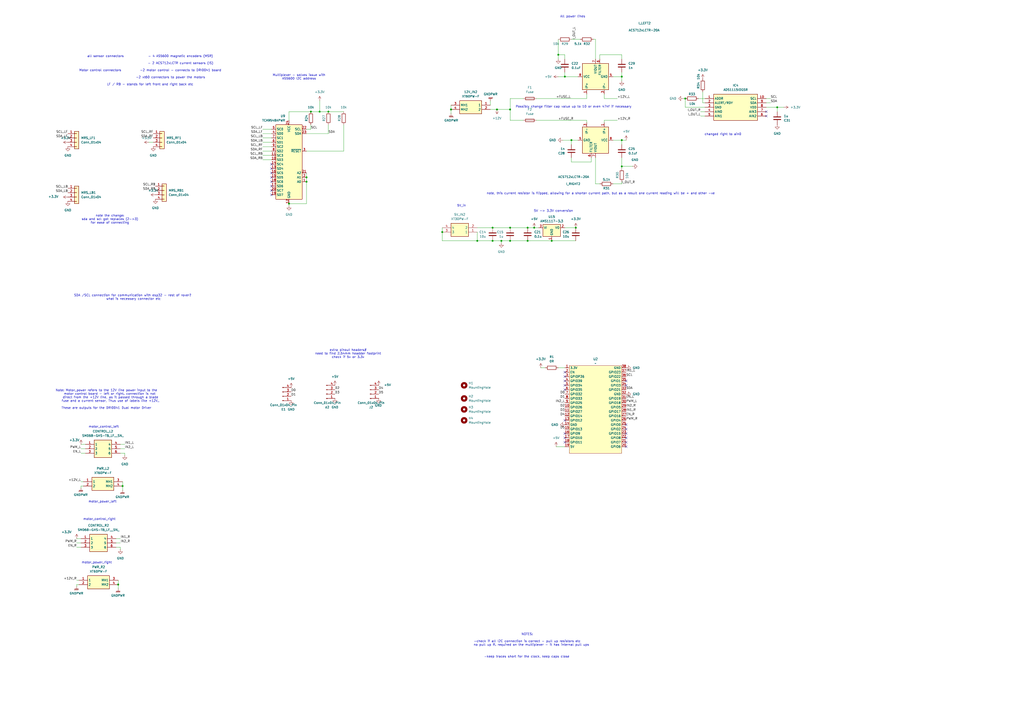
<source format=kicad_sch>
(kicad_sch (version 20250114) (generator "eeschema") (generator_version "9.0")
  (paper "A2")
  (text "NOTES:\n\n-check if all I2C connection is correct - pull up resistors etc\n	no pull up R. required on the multiplexer - it has internal pull ups\n\n" (at 305.816 372.11 0) (effects (font (size 1.27 1.27))))
  (text "motor_control_left\n" (at 60.198 247.65 0) (effects (font (size 1.27 1.27))))
  (text "note, this current resistor is flipped, allowing for a shorter current path, but as a result one current reading will be + and other -ve\n" (at 348.488 112.268 0) (effects (font (size 1.27 1.27))))
  (text "Multiplexer - solves issue with\nAS5600 I2C address\n" (at 173.482 44.704 0) (effects (font (size 1.27 1.27))))
  (text "motor_power_left" (at 59.436 291.084 0) (effects (font (size 1.27 1.27))))
  (text "5V_in" (at 267.716 119.38 0) (effects (font (size 1.27 1.27))))
  (text "changed right to ain0\n" (at 419.354 77.978 0) (effects (font (size 1.27 1.27))))
  (text "all sensor connectors		- 4 AS5600 magnetic encoders (MSR)\n							\n							- 2 ACS712xLCTR current sensors (IS)\n\nMotor control connectors	-2 motor control - connects to DRI0041 board\n							\n							-2 xt60 connectors to power the motors 	 \n\nLF / RB - stands for left front and right back etc\n" (at 87.122 40.894 0) (effects (font (size 1.27 1.27))))
  (text "SDA /SCL connection for communication with esp32 - rest of rover?\n what is necessary connector etc" (at 76.962 172.466 0) (effects (font (size 1.27 1.27))))
  (text "extra pinout headers#\nneed to find 2.54mm headder footprint\ncheck if 5v or 3.3v\n" (at 201.93 205.232 0) (effects (font (size 1.27 1.27))))
  (text "\n-keep traces short for the clock, keep caps close\n" (at 305.562 379.984 0) (effects (font (size 1.27 1.27))))
  (text "motor_power_right" (at 56.134 326.39 0) (effects (font (size 1.27 1.27))))
  (text "note the change:\nsda and scl got replaces (2->3)\nfor ease of connecting\n" (at 63.754 127.254 0) (effects (font (size 1.27 1.27))))
  (text "5V -> 3.3V conversion\n" (at 321.056 122.428 0) (effects (font (size 1.27 1.27))))
  (text "Note: Motor_power refers to the 12V line power input to the\n	motor control board - left or right. connection is not \n	direct from the +12V line, as it passed through a blade\n	fuse and a current sensor, Thus use of labels like +12V_\n\nThese are outputs for the DRI0041 Dual motor Driver\n" (at 61.722 231.648 0) (effects (font (size 1.27 1.27))))
  (text "Possibly change filter cap value up to 10 or even 47nf if necessary\n" (at 332.74 61.976 0) (effects (font (size 1.27 1.27))))
  (text "motor_control_right\n\n" (at 57.658 302.26 0) (effects (font (size 1.27 1.27))))
  (text "All power lines\n" (at 332.232 9.652 0) (effects (font (size 1.27 1.27))))
  (junction (at 360.68 81.28))
  (junction (at 327.66 44.45))
  (junction (at 261.62 63.5))
  (junction (at 331.47 81.28))
  (junction (at 288.29 63.5))
  (junction (at 295.91 63.5))
  (junction (at 256.54 134.62))
  (junction (at 177.8 102.87))
  (junction (at 360.68 44.45))
  (junction (at 360.68 96.52))
  (junction (at 180.34 64.77))
  (junction (at 334.01 132.08))
  (junction (at 68.58 339.09))
  (junction (at 185.42 64.77))
  (junction (at 450.85 62.23))
  (junction (at 320.04 139.7))
  (junction (at 285.75 132.08))
  (junction (at 177.8 105.41))
  (junction (at 190.5 64.77))
  (junction (at 323.85 31.75))
  (junction (at 309.88 132.08))
  (junction (at 295.91 139.7))
  (junction (at 295.91 132.08))
  (junction (at 306.07 132.08))
  (junction (at 167.64 118.11))
  (junction (at 290.83 139.7))
  (junction (at 306.07 139.7))
  (junction (at 71.12 281.94))
  (junction (at 397.51 57.15))
  (junction (at 276.86 139.7))
  (junction (at 285.75 139.7))
  (no_connect (at 363.22 254))
  (no_connect (at 327.66 223.52))
  (no_connect (at 157.48 97.79))
  (no_connect (at 363.22 220.98))
  (no_connect (at 363.22 223.52))
  (no_connect (at 363.22 246.38))
  (no_connect (at 327.66 218.44))
  (no_connect (at 157.48 102.87))
  (no_connect (at 444.5 64.77))
  (no_connect (at 363.22 256.54))
  (no_connect (at 327.66 215.9))
  (no_connect (at 327.66 254))
  (no_connect (at 327.66 226.06))
  (no_connect (at 327.66 251.46))
  (no_connect (at 157.48 107.95))
  (no_connect (at 157.48 95.25))
  (no_connect (at 363.22 251.46))
  (no_connect (at 444.5 67.31))
  (no_connect (at 327.66 256.54))
  (no_connect (at 157.48 113.03))
  (no_connect (at 363.22 259.08))
  (no_connect (at 363.22 248.92))
  (no_connect (at 157.48 110.49))
  (no_connect (at 157.48 100.33))
  (no_connect (at 327.66 243.84))
  (no_connect (at 157.48 105.41))
  (no_connect (at 327.66 220.98))
  (wire (pts (xy 46.99 260.35) (xy 49.53 260.35)))
  (wire (pts (xy 347.98 31.75) (xy 360.68 31.75)))
  (wire (pts (xy 295.91 57.15) (xy 295.91 63.5)))
  (wire (pts (xy 152.4 77.47) (xy 157.48 77.47)))
  (wire (pts (xy 406.4 64.77) (xy 408.94 64.77)))
  (wire (pts (xy 342.9 91.44) (xy 342.9 93.98)))
  (wire (pts (xy 86.36 82.55) (xy 88.9 82.55)))
  (wire (pts (xy 295.91 139.7) (xy 306.07 139.7)))
  (wire (pts (xy 152.4 85.09) (xy 157.48 85.09)))
  (wire (pts (xy 177.8 87.63) (xy 199.39 87.63)))
  (wire (pts (xy 311.15 69.85) (xy 340.36 69.85)))
  (wire (pts (xy 327.66 31.75) (xy 327.66 34.29)))
  (wire (pts (xy 322.58 259.08) (xy 327.66 259.08)))
  (wire (pts (xy 358.14 69.85) (xy 350.52 69.85)))
  (wire (pts (xy 290.83 139.7) (xy 285.75 139.7)))
  (wire (pts (xy 46.99 262.89) (xy 49.53 262.89)))
  (wire (pts (xy 167.64 64.77) (xy 180.34 64.77)))
  (wire (pts (xy 190.5 72.39) (xy 190.5 77.47)))
  (wire (pts (xy 72.39 262.89) (xy 69.85 262.89)))
  (wire (pts (xy 72.39 264.16) (xy 72.39 262.89)))
  (wire (pts (xy 360.68 83.82) (xy 360.68 81.28)))
  (wire (pts (xy 295.91 57.15) (xy 303.53 57.15)))
  (wire (pts (xy 397.51 62.23) (xy 397.51 57.15)))
  (wire (pts (xy 69.85 257.81) (xy 72.39 257.81)))
  (wire (pts (xy 360.68 91.44) (xy 360.68 96.52)))
  (wire (pts (xy 397.51 62.23) (xy 408.94 62.23)))
  (wire (pts (xy 261.62 60.96) (xy 261.62 63.5)))
  (wire (pts (xy 327.66 41.91) (xy 327.66 44.45)))
  (wire (pts (xy 396.24 57.15) (xy 397.51 57.15)))
  (wire (pts (xy 323.85 22.86) (xy 323.85 31.75)))
  (wire (pts (xy 167.64 118.11) (xy 177.8 118.11)))
  (wire (pts (xy 295.91 132.08) (xy 285.75 132.08)))
  (wire (pts (xy 152.4 87.63) (xy 157.48 87.63)))
  (wire (pts (xy 336.55 22.86) (xy 331.47 22.86)))
  (wire (pts (xy 320.04 139.7) (xy 334.01 139.7)))
  (wire (pts (xy 306.07 132.08) (xy 309.88 132.08)))
  (wire (pts (xy 295.91 69.85) (xy 303.53 69.85)))
  (wire (pts (xy 152.4 90.17) (xy 157.48 90.17)))
  (wire (pts (xy 345.44 22.86) (xy 345.44 34.29)))
  (wire (pts (xy 177.8 74.93) (xy 180.34 74.93)))
  (wire (pts (xy 444.5 57.15) (xy 447.04 57.15)))
  (wire (pts (xy 276.86 139.7) (xy 285.75 139.7)))
  (wire (pts (xy 67.31 312.42) (xy 69.85 312.42)))
  (wire (pts (xy 177.8 102.87) (xy 177.8 100.33)))
  (wire (pts (xy 284.48 63.5) (xy 288.29 63.5)))
  (wire (pts (xy 327.66 44.45) (xy 335.28 44.45)))
  (wire (pts (xy 295.91 63.5) (xy 288.29 63.5)))
  (wire (pts (xy 327.66 132.08) (xy 334.01 132.08)))
  (wire (pts (xy 177.8 77.47) (xy 190.5 77.47)))
  (wire (pts (xy 350.52 69.85) (xy 350.52 71.12)))
  (wire (pts (xy 360.68 105.41) (xy 360.68 106.68)))
  (wire (pts (xy 295.91 69.85) (xy 295.91 63.5)))
  (wire (pts (xy 444.5 59.69) (xy 447.04 59.69)))
  (wire (pts (xy 44.45 314.96) (xy 46.99 314.96)))
  (wire (pts (xy 444.5 62.23) (xy 450.85 62.23)))
  (wire (pts (xy 360.68 31.75) (xy 360.68 34.29)))
  (wire (pts (xy 46.99 279.4) (xy 48.26 279.4)))
  (wire (pts (xy 185.42 58.42) (xy 185.42 64.77)))
  (wire (pts (xy 323.85 44.45) (xy 327.66 44.45)))
  (wire (pts (xy 345.44 91.44) (xy 345.44 106.68)))
  (wire (pts (xy 367.03 96.52) (xy 360.68 96.52)))
  (wire (pts (xy 450.85 62.23) (xy 454.66 62.23)))
  (wire (pts (xy 44.45 317.5) (xy 46.99 317.5)))
  (wire (pts (xy 340.36 69.85) (xy 340.36 71.12)))
  (wire (pts (xy 347.98 34.29) (xy 347.98 31.75)))
  (wire (pts (xy 177.8 105.41) (xy 177.8 102.87)))
  (wire (pts (xy 406.4 67.31) (xy 408.94 67.31)))
  (wire (pts (xy 360.68 44.45) (xy 360.68 46.99)))
  (wire (pts (xy 261.62 63.5) (xy 261.62 66.04)))
  (wire (pts (xy 71.12 281.94) (xy 71.12 284.48)))
  (wire (pts (xy 360.68 96.52) (xy 360.68 97.79)))
  (wire (pts (xy 350.52 54.61) (xy 350.52 57.15)))
  (wire (pts (xy 355.6 106.68) (xy 360.68 106.68)))
  (wire (pts (xy 363.22 81.28) (xy 360.68 81.28)))
  (wire (pts (xy 44.45 336.55) (xy 45.72 336.55)))
  (wire (pts (xy 68.58 339.09) (xy 68.58 341.63)))
  (wire (pts (xy 360.68 41.91) (xy 360.68 44.45)))
  (wire (pts (xy 407.67 53.34) (xy 407.67 59.69)))
  (wire (pts (xy 313.69 213.36) (xy 316.23 213.36)))
  (wire (pts (xy 177.8 118.11) (xy 177.8 105.41)))
  (wire (pts (xy 323.85 31.75) (xy 327.66 31.75)))
  (wire (pts (xy 152.4 82.55) (xy 157.48 82.55)))
  (wire (pts (xy 152.4 92.71) (xy 157.48 92.71)))
  (wire (pts (xy 48.26 281.94) (xy 46.99 281.94)))
  (wire (pts (xy 285.75 132.08) (xy 276.86 132.08)))
  (wire (pts (xy 199.39 72.39) (xy 199.39 87.63)))
  (wire (pts (xy 256.54 134.62) (xy 256.54 139.7)))
  (wire (pts (xy 405.13 57.15) (xy 408.94 57.15)))
  (wire (pts (xy 190.5 64.77) (xy 199.39 64.77)))
  (wire (pts (xy 340.36 54.61) (xy 340.36 57.15)))
  (wire (pts (xy 306.07 139.7) (xy 320.04 139.7)))
  (wire (pts (xy 350.52 57.15) (xy 358.14 57.15)))
  (wire (pts (xy 46.99 281.94) (xy 46.99 283.21)))
  (wire (pts (xy 256.54 132.08) (xy 256.54 134.62)))
  (wire (pts (xy 331.47 81.28) (xy 335.28 81.28)))
  (wire (pts (xy 180.34 72.39) (xy 180.34 74.93)))
  (wire (pts (xy 180.34 64.77) (xy 185.42 64.77)))
  (wire (pts (xy 46.99 257.81) (xy 49.53 257.81)))
  (wire (pts (xy 323.85 34.29) (xy 323.85 31.75)))
  (wire (pts (xy 69.85 317.5) (xy 67.31 317.5)))
  (wire (pts (xy 167.64 118.11) (xy 167.64 119.38)))
  (wire (pts (xy 185.42 64.77) (xy 190.5 64.77)))
  (wire (pts (xy 306.07 132.08) (xy 295.91 132.08)))
  (wire (pts (xy 44.45 339.09) (xy 44.45 340.36)))
  (wire (pts (xy 44.45 312.42) (xy 46.99 312.42)))
  (wire (pts (xy 256.54 139.7) (xy 276.86 139.7)))
  (wire (pts (xy 360.68 81.28) (xy 355.6 81.28)))
  (wire (pts (xy 311.15 57.15) (xy 340.36 57.15)))
  (wire (pts (xy 345.44 22.86) (xy 344.17 22.86)))
  (wire (pts (xy 323.85 213.36) (xy 327.66 213.36)))
  (wire (pts (xy 407.67 59.69) (xy 408.94 59.69)))
  (wire (pts (xy 71.12 279.4) (xy 71.12 281.94)))
  (wire (pts (xy 295.91 139.7) (xy 290.83 139.7)))
  (wire (pts (xy 342.9 93.98) (xy 331.47 93.98)))
  (wire (pts (xy 69.85 318.77) (xy 69.85 317.5)))
  (wire (pts (xy 276.86 134.62) (xy 276.86 139.7)))
  (wire (pts (xy 68.58 336.55) (xy 68.58 339.09)))
  (wire (pts (xy 45.72 339.09) (xy 44.45 339.09)))
  (wire (pts (xy 284.48 58.42) (xy 284.48 60.96)))
  (wire (pts (xy 331.47 93.98) (xy 331.47 91.44)))
  (wire (pts (xy 152.4 74.93) (xy 157.48 74.93)))
  (wire (pts (xy 290.83 139.7) (xy 290.83 140.97)))
  (wire (pts (xy 67.31 314.96) (xy 69.85 314.96)))
  (wire (pts (xy 152.4 80.01) (xy 157.48 80.01)))
  (wire (pts (xy 331.47 83.82) (xy 331.47 81.28)))
  (wire (pts (xy 309.88 132.08) (xy 312.42 132.08)))
  (wire (pts (xy 450.85 62.23) (xy 450.85 64.77)))
  (wire (pts (xy 347.98 106.68) (xy 345.44 106.68)))
  (wire (pts (xy 331.47 81.28) (xy 326.39 81.28)))
  (wire (pts (xy 69.85 260.35) (xy 72.39 260.35)))
  (wire (pts (xy 167.64 64.77) (xy 167.64 69.85)))
  (wire (pts (xy 360.68 44.45) (xy 355.6 44.45)))
  (label "EN_L" (at 46.99 262.89 180))
  (label "SDA" (at 363.22 226.06 0))
  (label "PWM_L" (at 46.99 260.35 180))
  (label "+FUSE_L" (at 322.58 57.15 0))
  (label "IN2_R" (at 69.85 314.96 0))
  (label "SDA_RF" (at 152.4 87.63 180))
  (label "SDA" (at 447.04 59.69 0))
  (label "SCL_RB" (at 152.4 90.17 180))
  (label "IN1_R" (at 69.85 312.42 0))
  (label "IN1_L" (at 72.39 257.81 0))
  (label "D1" (at 168.91 229.87 0))
  (label "SDA" (at 190.5 77.47 0))
  (label "IN1_L" (at 363.22 215.9 0))
  (label "D3" (at 194.31 228.6 0))
  (label "+12V_L" (at 46.99 279.4 180))
  (label "SDA_RB" (at 90.17 110.49 180))
  (label "D5" (at 327.66 248.92 180))
  (label "+FUSE_R" (at 323.85 69.85 0))
  (label "I_OUT_R" (at 406.4 64.77 180))
  (label "I_OUT_L" (at 406.4 67.31 180))
  (label "SCL" (at 447.04 57.15 0))
  (label "+12V_L" (at 358.14 57.15 0))
  (label "SDA_RB" (at 152.4 92.71 180))
  (label "I_OUT_L" (at 334.01 22.86 90))
  (label "EN_R" (at 363.22 241.3 0))
  (label "IN2_R" (at 363.22 236.22 0))
  (label "SCL_LF" (at 39.37 77.47 180))
  (label "IN2_L" (at 72.39 260.35 0))
  (label "D4" (at 327.66 241.3 180))
  (label "PWM_R" (at 44.45 314.96 180))
  (label "PWM_R" (at 363.22 243.84 0))
  (label "+12V_R" (at 358.14 69.85 0))
  (label "IN1_R" (at 363.22 238.76 0))
  (label "D0" (at 168.91 227.33 0))
  (label "D2" (at 327.66 236.22 180))
  (label "SCL_RF" (at 88.9 77.47 180))
  (label "D5" (at 219.71 228.6 0))
  (label "EN_L" (at 363.22 231.14 0))
  (label "D0" (at 327.66 228.6 180))
  (label "SCL_RB" (at 90.17 107.95 180))
  (label "EN_R" (at 44.45 317.5 180))
  (label "D3" (at 327.66 238.76 180))
  (label "SDA_LF" (at 152.4 77.47 180))
  (label "SDA_RF" (at 88.9 80.01 180))
  (label "IN2_L" (at 327.66 233.68 180))
  (label "SCL" (at 180.34 74.93 0))
  (label "D1" (at 327.66 231.14 180))
  (label "+12V_R" (at 44.45 336.55 180))
  (label "SCL_LB" (at 152.4 80.01 180))
  (label "D4" (at 219.71 226.06 0))
  (label "PWM_L" (at 363.22 233.68 0))
  (label "I_OUT_R" (at 360.68 106.68 0))
  (label "SCL_LF" (at 152.4 74.93 180))
  (label "SDA_LF" (at 39.37 80.01 180))
  (label "SDA_LB" (at 152.4 82.55 180))
  (label "SCL_RF" (at 152.4 85.09 180))
  (label "SCL_LB" (at 39.37 109.22 180))
  (label "SCL" (at 363.22 218.44 0))
  (label "D2" (at 194.31 226.06 0))
  (label "SDA_LB" (at 39.37 111.76 180))
  (symbol (lib_id "Connector:Conn_01x04_Pin") (at 163.83 229.87 0) (mirror x) (unit 1)
    (property "Reference" "E1" (at 164.465 237.49 0))
    (property "Value" "Conn_01x04_Pin" (at 164.465 234.95 0))
    (property "Footprint" "Connector_PinHeader_2.54mm:PinHeader_1x04_P2.54mm_Vertical" (effects (hide yes)))
    (property "Description" "Generic connector, single row, 01x04, script generated" (effects (hide yes)))
  )
  (symbol (lib_id "power:GND") (at 290.83 140.97 0) (mirror y) (unit 1)
    (property "Reference" "#PWR083" (effects (hide yes)))
    (property "Value" "GND" (at 290.83 146.05 0))
    (property "Description" "Power symbol creates a global label with name \"GND\" , ground" (effects (hide yes)))
  )
  (symbol (lib_id "power:GND") (at 194.31 231.14 0) (unit 1)
    (property "Reference" "#PWR06" (effects (hide yes)))
    (property "Value" "GND" (at 194.31 236.22 0))
    (property "Description" "Power symbol creates a global label with name \"GND\" , ground" (effects (hide yes)))
  )
  (symbol (lib_id "power:+5V") (at 219.71 223.52 0) (unit 1)
    (property "Reference" "#PWR011" (effects (hide yes)))
    (property "Value" "+5V" (at 224.79 223.266 0))
    (property "Description" "Power symbol creates a global label with name \"+5V\"" (effects (hide yes)))
  )
  (symbol (lib_id "power:GNDPWR") (at 46.99 283.21 0) (unit 1)
    (property "Reference" "#PWR030" (effects (hide yes)))
    (property "Value" "GNDPWR" (at 46.863 287.02 0))
    (property "Description" "Power symbol creates a global label with name \"GNDPWR\" , global ground" (effects (hide yes)))
  )
  (symbol (lib_id "power:+3.3V") (at 334.01 132.08 0) (unit 1)
    (property "Reference" "#PWR089" (effects (hide yes)))
    (property "Value" "+3.3V" (at 334.01 127 0))
    (property "Description" "Power symbol creates a global label with name \"+3.3V\"" (effects (hide yes)))
  )
  (symbol (lib_id "power:+3.3V") (at 313.69 213.36 0) (unit 1)
    (property "Reference" "#PWR01" (effects (hide yes)))
    (property "Value" "+3.3V" (at 313.69 208.28 0))
    (property "Description" "Power symbol creates a global label with name \"+3.3V\"" (effects (hide yes)))
  )
  (symbol (lib_id "Device:C") (at 285.75 135.89 0) (mirror y) (unit 1)
    (property "Reference" "C14" (at 281.94 134.6199 0) (effects (justify left)))
    (property "Value" "10u" (at 281.94 137.1599 0) (effects (justify left)))
    (property "Footprint" "Capacitor_SMD:C_0805_2012Metric" (effects (hide yes)))
    (property "Description" "Unpolarized capacitor" (effects (hide yes)))
  )
  (symbol (lib_id "power:+3.3V") (at 185.42 58.42 0) (unit 1)
    (property "Reference" "#PWR079" (effects (hide yes)))
    (property "Value" "+3.3V" (at 185.42 53.34 0))
    (property "Description" "Power symbol creates a global label with name \"+3.3V\"" (effects (hide yes)))
  )
  (symbol (lib_id "Device:R") (at 320.04 213.36 90) (unit 1)
    (property "Reference" "R1" (at 320.04 207.01 90))
    (property "Value" "0R" (at 320.04 209.55 90))
    (property "Footprint" "Resistor_SMD:R_0805_2012Metric" (effects (hide yes)))
    (property "Description" "Resistor" (effects (hide yes)))
  )
  (symbol (lib_id "power:+3.3V") (at 90.17 113.03 90) (unit 1)
    (property "Reference" "#PWR076" (effects (hide yes)))
    (property "Value" "+3.3V" (at 88.9 110.49 90))
    (property "Description" "Power symbol creates a global label with name \"+3.3V\"" (effects (hide yes)))
  )
  (symbol (lib_id "XT30PW-F:XT30PW-F") (at 276.86 134.62 180) (unit 1)
    (property "Reference" "5V_IN2" (at 266.7 124.46 0))
    (property "Value" "XT30PW-F" (at 266.7 127 0))
    (property "Footprint" "Connector_AMASS:AMASS_XT30PW-M_1x02_P2.50mm_Horizontal" (effects (hide yes)))
    (property "Datasheet" "https://www.tme.eu/Document/ce4077e36b79046da520ca73227e15de/XT30PW%20SPEC.pdf" (effects (hide yes)))
    (property "Description" "Socket; DC supply; XT30; female; PIN:2; on PCBs; THT; Colour: yellow" (effects (hide yes)))
    (property "Height" "5" (effects (hide yes)))
    (property "Manufacturer_Name" "Amass" (effects (hide yes)))
    (property "Manufacturer_Part_Number" "XT30PW-F" (effects (hide yes)))
  )
  (symbol (lib_id "Connector_Generic:Conn_01x04") (at 95.25 110.49 0) (unit 1)
    (property "Reference" "MRS_RB1" (at 97.79 110.4899 0) (effects (justify left)))
    (property "Value" "Conn_01x04" (at 97.79 113.0299 0) (effects (justify left)))
    (property "Footprint" "Connector_JST:JST_GH_BM04B-GHS-TBT_1x04-1MP_P1.25mm_Vertical" (effects (hide yes)))
    (property "Description" "Generic connector, single row, 01x04, script generated (kicad-library-utils/schlib/autogen/connector/)" (effects (hide yes)))
  )
  (symbol (lib_id "power:+3.3V") (at 46.99 257.81 0) (unit 1)
    (property "Reference" "#PWR0105" (effects (hide yes)))
    (property "Value" "+3.3V" (at 43.18 255.27 0))
    (property "Description" "Power symbol creates a global label with name \"+3.3V\"" (effects (hide yes)))
  )
  (symbol (lib_id "power:GND") (at 72.39 264.16 0) (unit 1)
    (property "Reference" "#PWR02" (effects (hide yes)))
    (property "Value" "GND" (at 72.39 269.24 0))
    (property "Description" "Power symbol creates a global label with name \"GND\" , ground" (effects (hide yes)))
  )
  (symbol (lib_id "Device:C") (at 334.01 135.89 0) (mirror y) (unit 1)
    (property "Reference" "C26" (at 330.2 134.6199 0) (effects (justify left)))
    (property "Value" "10u" (at 330.2 137.1599 0) (effects (justify left)))
    (property "Footprint" "Capacitor_SMD:C_0805_2012Metric" (effects (hide yes)))
    (property "Description" "Unpolarized capacitor" (effects (hide yes)))
  )
  (symbol (lib_id "power:GND") (at 450.85 72.39 0) (unit 1)
    (property "Reference" "#PWR0100" (effects (hide yes)))
    (property "Value" "GND" (at 450.85 77.47 0))
    (property "Description" "Power symbol creates a global label with name \"GND\" , ground" (effects (hide yes)))
  )
  (symbol (lib_id "Device:R") (at 180.34 68.58 0) (unit 1)
    (property "Reference" "R24" (at 177.8 68.58 90))
    (property "Value" "10k" (at 180.34 62.23 0))
    (property "Footprint" "Resistor_SMD:R_0805_2012Metric" (effects (hide yes)))
    (property "Description" "Resistor" (effects (hide yes)))
  )
  (symbol (lib_id "SM06B-GHS-TB_LF__SN_:SM06B-GHS-TB_LF__SN_") (at 49.53 257.81 0) (unit 1)
    (property "Reference" "CONTROL_L2" (at 59.69 250.19 0))
    (property "Value" "SM06B-GHS-TB_LF__SN_" (at 59.69 252.73 0))
    (property "Footprint" "local:SM06B-GHS-TB" (effects (hide yes)))
    (property "Datasheet" "https://datasheet.datasheetarchive.com/originals/distributors/Datasheets_SAMA/e4ef010dc292ea31091454f6c0afb63a.pdf" (effects (hide yes)))
    (property "Description" "GH 1.25mm header side entry 6 way JST GH Series, 1.25mm Pitch 6 Way Right Angle PCB Header, Solder Termination, 1A" (effects (hide yes)))
    (property "Manufacturer_Name" "JST (JAPAN SOLDERLESS TERMINALS)" (effects (hide yes)))
    (property "Manufacturer_Part_Number" "SM06B-GHS-TB(LF)(SN)" (effects (hide yes)))
    (property "Mouser Part Number" "306-SM06BGHSTBLFSN" (effects (hide yes)))
    (property "Mouser Price/Stock" "https://www.mouser.co.uk/ProductDetail/JST-Commercial/SM06B-GHS-TBLFSN?qs=dbcCsuKDzFVtzW8gaymizQ%3D%3D" (effects (hide yes)))
    (property "Arrow Part Number" "SM06B-GHS-TB(LF)(SN)" (effects (hide yes)))
    (property "Arrow Price/Stock" "https://www.arrow.com/en/products/sm06b-ghs-tb-lf-sn/jst-manufacturing" (effects (hide yes)))
  )
  (symbol (lib_id "power:GND") (at 168.91 232.41 0) (unit 1)
    (property "Reference" "#PWR09" (effects (hide yes)))
    (property "Value" "GND" (at 168.91 237.49 0))
    (property "Description" "Power symbol creates a global label with name \"GND\" , ground" (effects (hide yes)))
  )
  (symbol (lib_id "power:+5V") (at 323.85 44.45 90) (unit 1)
    (property "Reference" "#PWR086" (effects (hide yes)))
    (property "Value" "+5V" (at 320.04 44.4499 90) (effects (justify left)))
    (property "Description" "Power symbol creates a global label with name \"+5V\"" (effects (hide yes)))
  )
  (symbol (lib_id "Mechanical:MountingHole") (at 269.24 237.49 0) (unit 1) (exclude_from_sim yes) (in_bom no)
    (property "Reference" "H3" (at 271.78 236.2199 0) (effects (justify left)))
    (property "Value" "MountingHole" (at 271.78 238.7599 0) (effects (justify left)))
    (property "Footprint" "MountingHole:MountingHole_3.2mm_M3_Pad_TopBottom" (effects (hide yes)))
    (property "Description" "Mounting Hole without connection" (effects (hide yes)))
  )
  (symbol (lib_id "XT60PW-F:XT60PW-F") (at 284.48 60.96 0) (mirror y) (unit 1)
    (property "Reference" "12V_IN2" (at 273.05 53.34 0))
    (property "Value" "XT60PW-F" (at 273.05 55.88 0))
    (property "Footprint" "Connector_AMASS:AMASS_XT60PW-M_1x02_P7.20mm_Horizontal" (effects (hide yes)))
    (property "Datasheet" "https://www.tme.eu/Document/1191bc2fa3aee3c446e5a895fd8f7983/XT60PW-F.pdf" (effects (hide yes)))
    (property "Description" "Socket; DC supply; XT60; female; PIN: 2; on PCBs; THT; Colour: yellow" (effects (hide yes)))
    (property "Height" "8.4" (effects (hide yes)))
    (property "Manufacturer_Name" "Amass" (effects (hide yes)))
    (property "Manufacturer_Part_Number" "XT60PW-F" (effects (hide yes)))
  )
  (symbol (lib_id "power:+3.3V") (at 39.37 114.3 90) (unit 1)
    (property "Reference" "#PWR0101" (effects (hide yes)))
    (property "Value" "+3.3V" (at 30.988 114.046 90))
    (property "Description" "Power symbol creates a global label with name \"+3.3V\"" (effects (hide yes)))
  )
  (symbol (lib_id "power:GND") (at 219.71 231.14 0) (unit 1)
    (property "Reference" "#PWR08" (effects (hide yes)))
    (property "Value" "GND" (at 219.456 235.204 0))
    (property "Description" "Power symbol creates a global label with name \"GND\" , ground" (effects (hide yes)))
  )
  (symbol (lib_id "Mechanical:MountingHole") (at 269.24 231.14 0) (unit 1) (exclude_from_sim yes) (in_bom no)
    (property "Reference" "H2" (at 271.78 229.8699 0) (effects (justify left)))
    (property "Value" "MountingHole" (at 271.78 232.4099 0) (effects (justify left)))
    (property "Footprint" "MountingHole:MountingHole_3.2mm_M3_Pad_TopBottom" (effects (hide yes)))
    (property "Description" "Mounting Hole without connection" (effects (hide yes)))
  )
  (symbol (lib_id "Device:R") (at 401.32 57.15 270) (unit 1)
    (property "Reference" "R33" (at 401.32 54.61 90))
    (property "Value" "10k" (at 401.574 60.198 90))
    (property "Footprint" "Resistor_SMD:R_0805_2012Metric" (effects (hide yes)))
    (property "Description" "Resistor" (effects (hide yes)))
  )
  (symbol (lib_id "Connector:Conn_01x04_Pin") (at 214.63 228.6 0) (mirror x) (unit 1)
    (property "Reference" "J2" (at 215.265 236.22 0))
    (property "Value" "Conn_01x04_Pin" (at 215.265 233.68 0))
    (property "Footprint" "Connector_PinHeader_2.54mm:PinHeader_1x04_P2.54mm_Vertical" (effects (hide yes)))
    (property "Description" "Generic connector, single row, 01x04, script generated" (effects (hide yes)))
  )
  (symbol (lib_id "Connector_Generic:Conn_01x04") (at 93.98 80.01 0) (unit 1)
    (property "Reference" "MRS_RF1" (at 96.52 80.0099 0) (effects (justify left)))
    (property "Value" "Conn_01x04" (at 96.52 82.5499 0) (effects (justify left)))
    (property "Footprint" "Connector_JST:JST_GH_BM04B-GHS-TBT_1x04-1MP_P1.25mm_Vertical" (effects (hide yes)))
    (property "Description" "Generic connector, single row, 01x04, script generated (kicad-library-utils/schlib/autogen/connector/)" (effects (hide yes)))
  )
  (symbol (lib_id "power:GND") (at 323.85 34.29 0) (unit 1)
    (property "Reference" "#PWR085" (effects (hide yes)))
    (property "Value" "GND" (at 323.85 39.37 0))
    (property "Description" "Power symbol creates a global label with name \"GND\" , ground" (effects (hide yes)))
  )
  (symbol (lib_id "Device:R") (at 351.79 106.68 270) (mirror x) (unit 1)
    (property "Reference" "R31" (at 351.79 109.22 90))
    (property "Value" "5.1k" (at 351.79 104.14 90))
    (property "Footprint" "Resistor_SMD:R_0805_2012Metric" (effects (hide yes)))
    (property "Description" "Resistor" (effects (hide yes)))
  )
  (symbol (lib_id "Sensor_Current:ACS712xLCTR-20A") (at 345.44 44.45 90) (unit 1)
    (property "Reference" "I_LEFT2" (at 373.888 13.462 90))
    (property "Value" "ACS712xLCTR-20A" (at 373.634 17.526 90))
    (property "Footprint" "Package_SO:SOIC-8_3.9x4.9mm_P1.27mm" (effects (hide yes)))
    (property "Datasheet" "http://www.allegromicro.com/~/media/Files/Datasheets/ACS712-Datasheet.ashx?la=en" (effects (hide yes)))
    (property "Description" "±20A Bidirectional Hall-Effect Current Sensor, +5.0V supply, 100mV/A, SOIC-8" (effects (hide yes)))
  )
  (symbol (lib_id "power:GND") (at 326.39 81.28 270) (mirror x) (unit 1)
    (property "Reference" "#PWR093" (effects (hide yes)))
    (property "Value" "GND" (at 322.58 81.2799 90) (effects (justify right)))
    (property "Description" "Power symbol creates a global label with name \"GND\" , ground" (effects (hide yes)))
  )
  (symbol (lib_id "ESP32-CP2102:ESP32-CP2102") (at 330.2 262.89 0) (unit 1)
    (property "Reference" "U2" (at 345.44 208.28 0))
    (property "Value" "~" (at 345.44 210.82 0))
    (property "Footprint" "local:Z_ESP32_DevKitC_38pin_socket" (effects (hide yes)))
  )
  (symbol (lib_id "power:GND") (at 39.37 85.09 0) (unit 1)
    (property "Reference" "#PWR0103" (effects (hide yes)))
    (property "Value" "GND" (at 39.37 90.17 0))
    (property "Description" "Power symbol creates a global label with name \"GND\" , ground" (effects (hide yes)))
  )
  (symbol (lib_id "Device:R") (at 407.67 49.53 0) (unit 1)
    (property "Reference" "R34" (at 405.13 49.53 90))
    (property "Value" "10k" (at 405.13 44.45 90))
    (property "Footprint" "Resistor_SMD:R_0805_2012Metric" (effects (hide yes)))
    (property "Description" "Resistor" (effects (hide yes)))
  )
  (symbol (lib_id "Device:C") (at 360.68 38.1 180) (unit 1)
    (property "Reference" "C29" (at 364.49 36.8299 0) (effects (justify right)))
    (property "Value" "1n" (at 364.49 39.3699 0) (effects (justify right)))
    (property "Footprint" "Capacitor_SMD:C_0805_2012Metric" (effects (hide yes)))
    (property "Description" "Unpolarized capacitor" (effects (hide yes)))
  )
  (symbol (lib_id "Connector:Conn_01x04_Pin") (at 189.23 228.6 0) (mirror x) (unit 1)
    (property "Reference" "e2" (at 189.865 236.22 0))
    (property "Value" "Conn_01x04_Pin" (at 189.865 233.68 0))
    (property "Footprint" "Connector_PinHeader_2.54mm:PinHeader_1x04_P2.54mm_Vertical" (effects (hide yes)))
    (property "Description" "Generic connector, single row, 01x04, script generated" (effects (hide yes)))
  )
  (symbol (lib_id "ADS1115IDGSR:ADS1115IDGSR") (at 408.94 57.15 0) (unit 1)
    (property "Reference" "IC4" (at 426.72 49.53 0))
    (property "Value" "ADS1115IDGSR" (at 426.72 52.07 0))
    (property "Footprint" "local:SOP50P490X110-10N" (effects (hide yes)))
    (property "Datasheet" "http://www.ti.com/lit/gpn/ADS1115" (effects (hide yes)))
    (property "Description" "16-Bit 860SPS 4-Ch Delta-Sigma ADC With PGA, Oscillator, Vref, Comparator, and I2C" (effects (hide yes)))
    (property "Height" "1.1" (effects (hide yes)))
    (property "Manufacturer_Name" "Texas Instruments" (effects (hide yes)))
    (property "Manufacturer_Part_Number" "ADS1115IDGSR" (effects (hide yes)))
    (property "Mouser Part Number" "595-ADS1115IDGSR" (effects (hide yes)))
    (property "Mouser Price/Stock" "https://www.mouser.co.uk/ProductDetail/Texas-Instruments/ADS1115IDGSR?qs=IK5e5L0zOXjKCJoVMhYO%2FQ%3D%3D" (effects (hide yes)))
    (property "Arrow Part Number" "ADS1115IDGSR" (effects (hide yes)))
    (property "Arrow Price/Stock" "https://www.arrow.com/en/products/ads1115idgsr/texas-instruments?utm_currency=USD&region=nac" (effects (hide yes)))
  )
  (symbol (lib_id "power:GNDPWR") (at 284.48 58.42 180) (unit 1)
    (property "Reference" "#PWR082" (effects (hide yes)))
    (property "Value" "GNDPWR" (at 284.607 54.61 0))
    (property "Description" "Power symbol creates a global label with name \"GNDPWR\" , global ground" (effects (hide yes)))
  )
  (symbol (lib_id "power:GND") (at 367.03 96.52 90) (mirror x) (unit 1)
    (property "Reference" "#PWR087" (effects (hide yes)))
    (property "Value" "GND" (at 368.3 92.71 90))
    (property "Description" "Power symbol creates a global label with name \"GND\" , ground" (effects (hide yes)))
  )
  (symbol (lib_id "Device:C") (at 450.85 68.58 0) (mirror y) (unit 1)
    (property "Reference" "C31" (at 454.66 69.8501 0) (effects (justify right)))
    (property "Value" "1u" (at 454.66 67.3101 0) (effects (justify right)))
    (property "Footprint" "Capacitor_SMD:C_0805_2012Metric" (effects (hide yes)))
    (property "Description" "Unpolarized capacitor" (effects (hide yes)))
  )
  (symbol (lib_id "Device:R") (at 199.39 68.58 0) (unit 1)
    (property "Reference" "R28" (at 196.85 68.58 90))
    (property "Value" "10k" (at 199.39 62.23 0))
    (property "Footprint" "Resistor_SMD:R_0805_2012Metric" (effects (hide yes)))
    (property "Description" "Resistor" (effects (hide yes)))
  )
  (symbol (lib_id "power:GND") (at 396.24 57.15 270) (unit 1)
    (property "Reference" "#PWR095" (effects (hide yes)))
    (property "Value" "GND" (at 392.43 57.1499 90) (effects (justify right)))
    (property "Description" "Power symbol creates a global label with name \"GND\" , ground" (effects (hide yes)))
  )
  (symbol (lib_id "power:GNDPWR") (at 68.58 341.63 0) (unit 1)
    (property "Reference" "#PWR045" (effects (hide yes)))
    (property "Value" "GNDPWR" (at 68.453 345.44 0))
    (property "Description" "Power symbol creates a global label with name \"GNDPWR\" , global ground" (effects (hide yes)))
  )
  (symbol (lib_id "power:GND") (at 69.85 318.77 0) (unit 1)
    (property "Reference" "#PWR03" (effects (hide yes)))
    (property "Value" "GND" (at 69.85 323.85 0))
    (property "Description" "Power symbol creates a global label with name \"GND\" , ground" (effects (hide yes)))
  )
  (symbol (lib_id "power:+3.3V") (at 86.36 82.55 90) (unit 1)
    (property "Reference" "#PWR067" (effects (hide yes)))
    (property "Value" "+3.3V" (at 85.09 80.01 90))
    (property "Description" "Power symbol creates a global label with name \"+3.3V\"" (effects (hide yes)))
  )
  (symbol (lib_id "Connector_Generic:Conn_01x04") (at 44.45 80.01 0) (unit 1)
    (property "Reference" "MRS_LF1" (at 46.99 80.0099 0) (effects (justify left)))
    (property "Value" "Conn_01x04" (at 46.99 82.5499 0) (effects (justify left)))
    (property "Footprint" "Connector_JST:JST_GH_BM04B-GHS-TBT_1x04-1MP_P1.25mm_Vertical" (effects (hide yes)))
    (property "Description" "Generic connector, single row, 01x04, script generated (kicad-library-utils/schlib/autogen/connector/)" (effects (hide yes)))
  )
  (symbol (lib_id "SM06B-GHS-TB_LF__SN_:SM06B-GHS-TB_LF__SN_") (at 46.99 312.42 0) (unit 1)
    (property "Reference" "CONTROL_R2" (at 57.15 304.8 0))
    (property "Value" "SM06B-GHS-TB_LF__SN_" (at 57.15 307.34 0))
    (property "Footprint" "local:SM06B-GHS-TB" (effects (hide yes)))
    (property "Datasheet" "https://datasheet.datasheetarchive.com/originals/distributors/Datasheets_SAMA/e4ef010dc292ea31091454f6c0afb63a.pdf" (effects (hide yes)))
    (property "Description" "GH 1.25mm header side entry 6 way JST GH Series, 1.25mm Pitch 6 Way Right Angle PCB Header, Solder Termination, 1A" (effects (hide yes)))
    (property "Manufacturer_Name" "JST (JAPAN SOLDERLESS TERMINALS)" (effects (hide yes)))
    (property "Manufacturer_Part_Number" "SM06B-GHS-TB(LF)(SN)" (effects (hide yes)))
    (property "Mouser Part Number" "306-SM06BGHSTBLFSN" (effects (hide yes)))
    (property "Mouser Price/Stock" "https://www.mouser.co.uk/ProductDetail/JST-Commercial/SM06B-GHS-TBLFSN?qs=dbcCsuKDzFVtzW8gaymizQ%3D%3D" (effects (hide yes)))
    (property "Arrow Part Number" "SM06B-GHS-TB(LF)(SN)" (effects (hide yes)))
    (property "Arrow Price/Stock" "https://www.arrow.com/en/products/sm06b-ghs-tb-lf-sn/jst-manufacturing" (effects (hide yes)))
  )
  (symbol (lib_id "XT60PW-F:XT60PW-F") (at 48.26 279.4 0) (unit 1)
    (property "Reference" "PWR_L2" (at 59.69 271.78 0))
    (property "Value" "XT60PW-F" (at 59.69 274.32 0))
    (property "Footprint" "local:XT60PWF" (effects (hide yes)))
    (property "Datasheet" "https://www.tme.eu/Document/1191bc2fa3aee3c446e5a895fd8f7983/XT60PW-F.pdf" (effects (hide yes)))
    (property "Description" "Socket; DC supply; XT60; female; PIN: 2; on PCBs; THT; Colour: yellow" (effects (hide yes)))
    (property "Height" "8.4" (effects (hide yes)))
    (property "Manufacturer_Name" "Amass" (effects (hide yes)))
    (property "Manufacturer_Part_Number" "XT60PW-F" (effects (hide yes)))
  )
  (symbol (lib_id "Device:C") (at 331.47 87.63 0) (unit 1)
    (property "Reference" "C28" (at 327.66 88.9001 0) (effects (justify right)))
    (property "Value" "1n" (at 327.66 86.3601 0) (effects (justify right)))
    (property "Footprint" "Capacitor_SMD:C_0805_2012Metric" (effects (hide yes)))
    (property "Description" "Unpolarized capacitor" (effects (hide yes)))
  )
  (symbol (lib_id "power:+5V") (at 194.31 223.52 0) (unit 1)
    (property "Reference" "#PWR010" (effects (hide yes)))
    (property "Value" "+5V" (at 194.31 218.44 0))
    (property "Description" "Power symbol creates a global label with name \"+5V\"" (effects (hide yes)))
  )
  (symbol (lib_id "Device:R") (at 340.36 22.86 90) (unit 1)
    (property "Reference" "R32" (at 340.36 25.4 90))
    (property "Value" "5.1k" (at 335.28 25.4 90))
    (property "Footprint" "Resistor_SMD:R_0805_2012Metric" (effects (hide yes)))
    (property "Description" "Resistor" (effects (hide yes)))
  )
  (symbol (lib_id "Interface_Expansion:TCA9548APWR") (at 167.64 92.71 0) (mirror y) (unit 1)
    (property "Reference" "U9" (at 165.4459 67.31 0) (effects (justify left)))
    (property "Value" "TCA9548APWR" (at 165.4459 69.85 0) (effects (justify left)))
    (property "Footprint" "Package_SO:TSSOP-24_4.4x7.8mm_P0.65mm" (effects (hide yes)))
    (property "Datasheet" "http://www.ti.com/lit/ds/symlink/tca9548a.pdf" (effects (hide yes)))
    (property "Description" "Low voltage 8-channel I2C switch with reset, TSSOP-24" (effects (hide yes)))
  )
  (symbol (lib_id "power:+3.3V") (at 39.37 82.55 90) (unit 1)
    (property "Reference" "#PWR07" (effects (hide yes)))
    (property "Value" "+3.3V" (at 38.1 80.01 90))
    (property "Description" "Power symbol creates a global label with name \"+3.3V\"" (effects (hide yes)))
  )
  (symbol (lib_id "Device:C") (at 295.91 135.89 0) (mirror y) (unit 1)
    (property "Reference" "C15" (at 292.1 134.6199 0) (effects (justify left)))
    (property "Value" "1u" (at 292.1 137.1599 0) (effects (justify left)))
    (property "Footprint" "Capacitor_SMD:C_0805_2012Metric" (effects (hide yes)))
    (property "Description" "Unpolarized capacitor" (effects (hide yes)))
  )
  (symbol (lib_id "power:GNDPWR") (at 44.45 340.36 0) (unit 1)
    (property "Reference" "#PWR025" (effects (hide yes)))
    (property "Value" "GNDPWR" (at 44.323 344.17 0))
    (property "Description" "Power symbol creates a global label with name \"GNDPWR\" , global ground" (effects (hide yes)))
  )
  (symbol (lib_id "power:+3.3V") (at 454.66 62.23 270) (unit 1)
    (property "Reference" "#PWR0102" (effects (hide yes)))
    (property "Value" "+3.3V" (at 458.47 62.2299 90) (effects (justify left)))
    (property "Description" "Power symbol creates a global label with name \"+3.3V\"" (effects (hide yes)))
  )
  (symbol (lib_id "power:GND") (at 363.22 213.36 90) (mirror x) (unit 1)
    (property "Reference" "#PWR015" (effects (hide yes)))
    (property "Value" "GND" (at 367.03 213.3599 90) (effects (justify right)))
    (property "Description" "Power symbol creates a global label with name \"GND\" , ground" (effects (hide yes)))
  )
  (symbol (lib_id "power:GND") (at 167.64 119.38 0) (mirror y) (unit 1)
    (property "Reference" "#PWR078" (effects (hide yes)))
    (property "Value" "GND" (at 167.64 124.46 0))
    (property "Description" "Power symbol creates a global label with name \"GND\" , ground" (effects (hide yes)))
  )
  (symbol (lib_id "power:+3.3V") (at 44.45 312.42 0) (unit 1)
    (property "Reference" "#PWR0106" (effects (hide yes)))
    (property "Value" "+3.3V" (at 38.608 308.61 0))
    (property "Description" "Power symbol creates a global label with name \"+3.3V\"" (effects (hide yes)))
  )
  (symbol (lib_id "power:GNDPWR") (at 71.12 284.48 0) (unit 1)
    (property "Reference" "#PWR065" (effects (hide yes)))
    (property "Value" "GNDPWR" (at 70.993 288.29 0))
    (property "Description" "Power symbol creates a global label with name \"GNDPWR\" , global ground" (effects (hide yes)))
  )
  (symbol (lib_id "power:+5V") (at 322.58 259.08 0) (unit 1)
    (property "Reference" "#PWR013" (effects (hide yes)))
    (property "Value" "+5V" (at 322.58 254 0))
    (property "Description" "Power symbol creates a global label with name \"+5V\"" (effects (hide yes)))
  )
  (symbol (lib_id "XT60PW-F:XT60PW-F") (at 45.72 336.55 0) (unit 1)
    (property "Reference" "PWR_R2" (at 57.15 328.93 0))
    (property "Value" "XT60PW-F" (at 57.15 331.47 0))
    (property "Footprint" "local:XT60PWF" (effects (hide yes)))
    (property "Datasheet" "https://www.tme.eu/Document/1191bc2fa3aee3c446e5a895fd8f7983/XT60PW-F.pdf" (effects (hide yes)))
    (property "Description" "Socket; DC supply; XT60; female; PIN: 2; on PCBs; THT; Colour: yellow" (effects (hide yes)))
    (property "Height" "8.4" (effects (hide yes)))
    (property "Manufacturer_Name" "Amass" (effects (hide yes)))
    (property "Manufacturer_Part_Number" "XT60PW-F" (effects (hide yes)))
  )
  (symbol (lib_id "Device:R") (at 190.5 68.58 0) (unit 1)
    (property "Reference" "R27" (at 187.96 68.58 90))
    (property "Value" "10k" (at 190.5 62.23 0))
    (property "Footprint" "Resistor_SMD:R_0805_2012Metric" (effects (hide yes)))
    (property "Description" "Resistor" (effects (hide yes)))
  )
  (symbol (lib_id "power:+12V") (at 288.29 63.5 180) (unit 1)
    (property "Reference" "#PWR081" (effects (hide yes)))
    (property "Value" "+12V" (at 288.29 68.58 0))
    (property "Description" "Power symbol creates a global label with name \"+12V\"" (effects (hide yes)))
  )
  (symbol (lib_id "Regulator_Linear:AMS1117-3.3") (at 320.04 132.08 0) (unit 1)
    (property "Reference" "U15" (at 320.04 125.73 0))
    (property "Value" "AMS1117-3.3" (at 320.04 128.27 0))
    (property "Footprint" "Package_TO_SOT_SMD:SOT-223-3_TabPin2" (effects (hide yes)))
    (property "Datasheet" "http://www.advanced-monolithic.com/pdf/ds1117.pdf" (effects (hide yes)))
    (property "Description" "1A Low Dropout regulator, positive, 3.3V fixed output, SOT-223" (effects (hide yes)))
  )
  (symbol (lib_id "power:GND") (at 363.22 228.6 90) (mirror x) (unit 1)
    (property "Reference" "#PWR016" (effects (hide yes)))
    (property "Value" "GND" (at 367.03 228.5999 90) (effects (justify right)))
    (property "Description" "Power symbol creates a global label with name \"GND\" , ground" (effects (hide yes)))
  )
  (symbol (lib_id "power:+5V") (at 363.22 81.28 0) (mirror y) (unit 1)
    (property "Reference" "#PWR088" (effects (hide yes)))
    (property "Value" "+5V" (at 363.22 76.2 0))
    (property "Description" "Power symbol creates a global label with name \"+5V\"" (effects (hide yes)))
  )
  (symbol (lib_id "power:GND") (at 88.9 85.09 0) (unit 1)
    (property "Reference" "#PWR075" (effects (hide yes)))
    (property "Value" "GND" (at 88.9 90.17 0))
    (property "Description" "Power symbol creates a global label with name \"GND\" , ground" (effects (hide yes)))
  )
  (symbol (lib_id "power:GND") (at 327.66 246.38 270) (mirror x) (unit 1)
    (property "Reference" "#PWR017" (effects (hide yes)))
    (property "Value" "GND" (at 323.85 246.3799 90) (effects (justify right)))
    (property "Description" "Power symbol creates a global label with name \"GND\" , ground" (effects (hide yes)))
  )
  (symbol (lib_id "Device:C") (at 327.66 38.1 180) (unit 1)
    (property "Reference" "C22" (at 331.47 36.8299 0) (effects (justify right)))
    (property "Value" "0.1uF" (at 331.47 39.3699 0) (effects (justify right)))
    (property "Footprint" "Capacitor_SMD:C_0805_2012Metric" (effects (hide yes)))
    (property "Description" "Unpolarized capacitor" (effects (hide yes)))
  )
  (symbol (lib_id "Mechanical:MountingHole") (at 269.24 243.84 0) (unit 1) (exclude_from_sim yes) (in_bom no)
    (property "Reference" "H4" (at 271.78 242.5699 0) (effects (justify left)))
    (property "Value" "MountingHole" (at 271.78 245.1099 0) (effects (justify left)))
    (property "Footprint" "MountingHole:MountingHole_3.2mm_M3_Pad_TopBottom" (effects (hide yes)))
    (property "Description" "Mounting Hole without connection" (effects (hide yes)))
  )
  (symbol (lib_id "Device:R") (at 360.68 101.6 0) (mirror x) (unit 1)
    (property "Reference" "R30" (at 358.14 101.6 90))
    (property "Value" "10k" (at 363.728 101.854 90))
    (property "Footprint" "Resistor_SMD:R_0805_2012Metric" (effects (hide yes)))
    (property "Description" "Resistor" (effects (hide yes)))
  )
  (symbol (lib_id "Device:C") (at 306.07 135.89 0) (mirror y) (unit 1)
    (property "Reference" "C21" (at 309.88 134.6199 0) (effects (justify right)))
    (property "Value" "0.1u" (at 309.88 137.1599 0) (effects (justify right)))
    (property "Footprint" "Capacitor_SMD:C_0805_2012Metric" (effects (hide yes)))
    (property "Description" "Unpolarized capacitor" (effects (hide yes)))
  )
  (symbol (lib_id "power:+3.3V") (at 407.67 45.72 0) (unit 1)
    (property "Reference" "#PWR098" (effects (hide yes)))
    (property "Value" "+3.3V" (at 407.67 40.64 0))
    (property "Description" "Power symbol creates a global label with name \"+3.3V\"" (effects (hide yes)))
  )
  (symbol (lib_id "power:GNDPWR") (at 261.62 66.04 0) (mirror y) (unit 1)
    (property "Reference" "#PWR080" (effects (hide yes)))
    (property "Value" "GNDPWR" (at 261.747 69.85 0))
    (property "Description" "Power symbol creates a global label with name \"GNDPWR\" , global ground" (effects (hide yes)))
  )
  (symbol (lib_id "Sensor_Current:ACS712xLCTR-20A") (at 345.44 81.28 270) (unit 1)
    (property "Reference" "I_RIGHT2" (at 332.486 106.68 90))
    (property "Value" "ACS712xLCTR-20A" (at 332.74 102.616 90))
    (property "Footprint" "Package_SO:SOIC-8_3.9x4.9mm_P1.27mm" (effects (hide yes)))
    (property "Datasheet" "http://www.allegromicro.com/~/media/Files/Datasheets/ACS712-Datasheet.ashx?la=en" (effects (hide yes)))
    (property "Description" "±20A Bidirectional Hall-Effect Current Sensor, +5.0V supply, 100mV/A, SOIC-8" (effects (hide yes)))
  )
  (symbol (lib_id "Device:R") (at 327.66 22.86 90) (unit 1)
    (property "Reference" "R29" (at 327.66 25.4 90))
    (property "Value" "10k" (at 322.58 25.4 90))
    (property "Footprint" "Resistor_SMD:R_0805_2012Metric" (effects (hide yes)))
    (property "Description" "Resistor" (effects (hide yes)))
  )
  (symbol (lib_id "power:+5V") (at 168.91 224.79 0) (unit 1)
    (property "Reference" "#PWR012" (effects (hide yes)))
    (property "Value" "+5V" (at 168.91 219.71 0))
    (property "Description" "Power symbol creates a global label with name \"+5V\"" (effects (hide yes)))
  )
  (symbol (lib_id "power:GND") (at 39.37 116.84 0) (unit 1)
    (property "Reference" "#PWR0104" (effects (hide yes)))
    (property "Value" "GND" (at 39.37 121.92 0))
    (property "Description" "Power symbol creates a global label with name \"GND\" , ground" (effects (hide yes)))
  )
  (symbol (lib_id "power:GND") (at 90.17 115.57 0) (unit 1)
    (property "Reference" "#PWR077" (effects (hide yes)))
    (property "Value" "GND" (at 90.17 120.65 0))
    (property "Description" "Power symbol creates a global label with name \"GND\" , ground" (effects (hide yes)))
  )
  (symbol (lib_id "power:+5V") (at 309.88 132.08 0) (unit 1)
    (property "Reference" "#PWR084" (effects (hide yes)))
    (property "Value" "+5V" (at 309.88 127 0))
    (property "Description" "Power symbol creates a global label with name \"+5V\"" (effects (hide yes)))
  )
  (symbol (lib_id "Device:Fuse") (at 307.34 69.85 270) (unit 1)
    (property "Reference" "F2" (at 307.34 63.5 90))
    (property "Value" "Fuse" (at 307.34 66.04 90))
    (property "Footprint" "local:01530007Z" (effects (hide yes)))
    (property "Description" "Fuse" (effects (hide yes)))
  )
  (symbol (lib_id "Device:C") (at 360.68 87.63 0) (unit 1)
    (property "Reference" "C25" (at 364.49 86.3599 0) (effects (justify left)))
    (property "Value" "0.1uf" (at 364.49 88.8999 0) (effects (justify left)))
    (property "Footprint" "Capacitor_SMD:C_0805_2012Metric" (effects (hide yes)))
    (property "Description" "Unpolarized capacitor" (effects (hide yes)))
  )
  (symbol (lib_id "power:GND") (at 360.68 46.99 0) (unit 1)
    (property "Reference" "#PWR091" (effects (hide yes)))
    (property "Value" "GND" (at 360.68 52.07 0))
    (property "Description" "Power symbol creates a global label with name \"GND\" , ground" (effects (hide yes)))
  )
  (symbol (lib_id "Mechanical:MountingHole") (at 269.24 223.52 0) (unit 1) (exclude_from_sim yes) (in_bom no)
    (property "Reference" "H1" (at 271.78 222.2499 0) (effects (justify left)))
    (property "Value" "MountingHole" (at 271.78 224.7899 0) (effects (justify left)))
    (property "Footprint" "MountingHole:MountingHole_3.2mm_M3_Pad_TopBottom" (effects (hide yes)))
    (property "Description" "Mounting Hole without connection" (effects (hide yes)))
  )
  (symbol (lib_id "Device:Fuse") (at 307.34 57.15 90) (unit 1)
    (property "Reference" "F1" (at 307.34 50.8 90))
    (property "Value" "Fuse" (at 307.34 53.34 90))
    (property "Footprint" "local:01530007Z" (effects (hide yes)))
    (property "Description" "Fuse" (effects (hide yes)))
  )
  (symbol (lib_id "Connector_Generic:Conn_01x04") (at 44.45 111.76 0) (unit 1)
    (property "Reference" "MRS_LB1" (at 46.99 111.7599 0) (effects (justify left)))
    (property "Value" "Conn_01x04" (at 46.99 114.2999 0) (effects (justify left)))
    (property "Footprint" "Connector_JST:JST_GH_BM04B-GHS-TBT_1x04-1MP_P1.25mm_Vertical" (effects (hide yes)))
    (property "Description" "Generic connector, single row, 01x04, script generated (kicad-library-utils/schlib/autogen/connector/)" (effects (hide yes)))
  )
)
</source>
